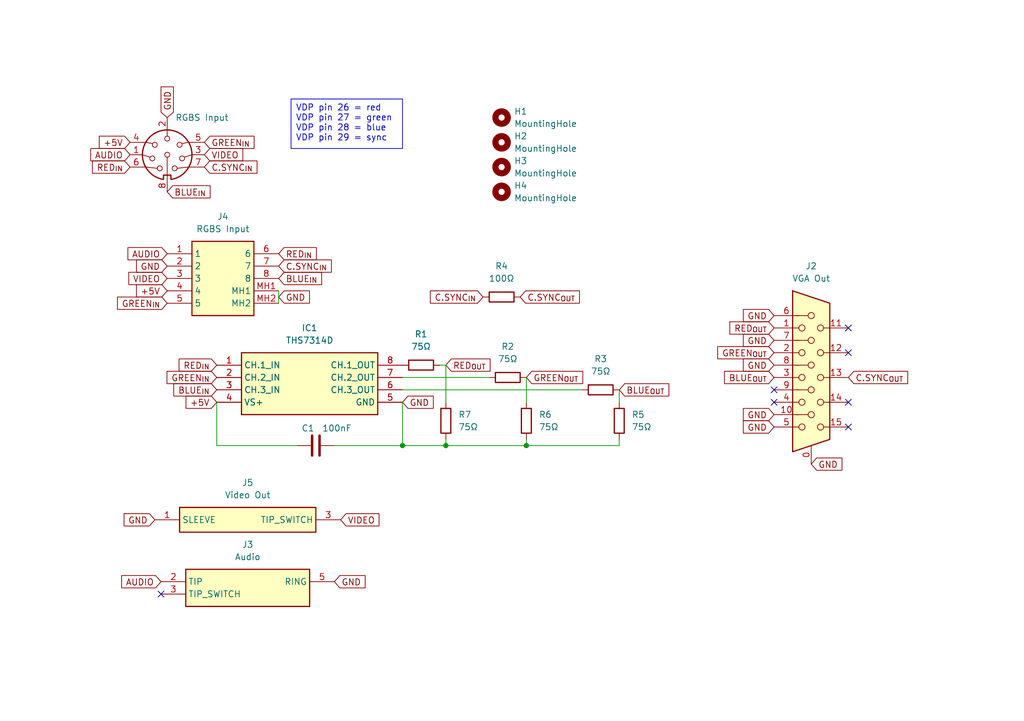
<source format=kicad_sch>
(kicad_sch (version 20250114) (generator "eeschema") (generator_version "9.0")
  (paper "A5")
  (title_block (title "Sega Mark III RGB Amplifier (External)") (date "22/NOV/2025") (rev "A") (company "Brett Hallen") (comment 1 "youtube.com/@brfff") (comment 3 "Idea from にがMSX"))
  (lib_symbols
    (symbol "Clueless_Engineer:671-0801"
      (property "Reference" "J" (at 19.05 7.62 0))
      (property "Value" "671-0801" (at 19.05 5.08 0))
      (symbol "671-0801_1_1"
        (rectangle (start 5.08 2.54) (end 17.78 -12.7) (stroke (width 0.254)) (fill (type background)))
        (pin passive line (at 0 0 0) (length 5.08) (name "1") (number "1"))
        (pin passive line (at 0 -2.54 0) (length 5.08) (name "2") (number "2"))
        (pin passive line (at 0 -5.08 0) (length 5.08) (name "3") (number "3"))
        (pin passive line (at 0 -7.62 0) (length 5.08) (name "4") (number "4"))
        (pin passive line (at 0 -10.16 0) (length 5.08) (name "5") (number "5"))
        (pin passive line (at 22.86 0 180) (length 5.08) (name "6") (number "6"))
        (pin passive line (at 22.86 -2.54 180) (length 5.08) (name "7") (number "7"))
        (pin passive line (at 22.86 -5.08 180) (length 5.08) (name "8") (number "8"))
        (pin passive line (at 22.86 -7.62 180) (length 5.08) (name "MH1") (number "MH1"))
        (pin passive line (at 22.86 -10.16 180) (length 5.08) (name "MH2") (number "MH2"))
      )
    )
    (symbol "Clueless_Engineer:FC68371"
      (property "Reference" "J" (at 34.29 7.62 0))
      (property "Value" "FC68371" (at 34.29 5.08 0))
      (symbol "FC68371_1_1"
        (rectangle (start 5.08 2.54) (end 33.02 -2.54) (stroke (width 0.254)) (fill (type background)))
        (pin passive line (at 0 0 0) (length 5.08) (name "SLEEVE") (number "1"))
        (pin passive line (at 38.1 0 180) (length 5.08) (name "TIP_SWITCH") (number "3"))
      )
    )
    (symbol "Clueless_Engineer:SJ3-350820B-TR"
      (property "Reference" "J" (at 31.75 7.62 0))
      (property "Value" "SJ3-350820B-TR" (at 31.75 5.08 0))
      (symbol "SJ3-350820B-TR_1_1"
        (rectangle (start 5.08 2.54) (end 30.48 -5.08) (stroke (width 0.254)) (fill (type background)))
        (pin passive line (at 0 0 0) (length 5.08) (name "TIP") (number "2"))
        (pin passive line (at 0 -2.54 0) (length 5.08) (name "TIP_SWITCH") (number "3"))
        (pin passive line (at 35.56 0 180) (length 5.08) (name "RING") (number "5"))
      )
    )
    (symbol "Connector:DE15_Socket_HighDensity_MountingHoles" (pin_names (offset 1.016) (hide yes))
      (property "Reference" "J" (at 0 21.59 0))
      (property "Value" "DE15_Socket_HighDensity_MountingHoles" (at 0 19.05 0))
      (symbol "DE15_Socket_HighDensity_MountingHoles_0_1"
        (polyline (pts (xy -3.81 17.78) (xy -3.81 -15.24) (xy 3.81 -12.7) (xy 3.81 15.24) (xy -3.81 17.78)) (stroke (width 0.254)) (fill (type background)))
        (polyline (pts (xy -3.175 7.62) (xy -0.635 7.62)))
        (circle (center -1.905 10.16) (radius 0.635))
        (circle (center -1.905 5.08) (radius 0.635))
        (circle (center -1.905 0) (radius 0.635))
        (circle (center -1.905 -5.08) (radius 0.635))
        (circle (center -1.905 -10.16) (radius 0.635))
        (polyline (pts (xy -0.635 12.7) (xy -3.175 12.7)))
        (polyline (pts (xy -0.635 2.54) (xy -3.175 2.54)))
        (polyline (pts (xy -0.635 -2.54) (xy -3.175 -2.54)))
        (polyline (pts (xy -0.635 -7.62) (xy -3.175 -7.62)))
        (circle (center 0 12.7) (radius 0.635))
        (circle (center 0 7.62) (radius 0.635))
        (circle (center 0 2.54) (radius 0.635))
        (circle (center 0 -2.54) (radius 0.635))
        (circle (center 0 -7.62) (radius 0.635))
        (circle (center 1.905 10.16) (radius 0.635))
        (circle (center 1.905 5.08) (radius 0.635))
        (circle (center 1.905 0) (radius 0.635))
        (circle (center 1.905 -5.08) (radius 0.635))
        (circle (center 1.905 -10.16) (radius 0.635))
      )
      (symbol "DE15_Socket_HighDensity_MountingHoles_1_1"
        (pin passive line (at -7.62 12.7 0) (length 5.08) (name "~") (number "6"))
        (pin passive line (at -7.62 10.16 0) (length 5.08) (name "~") (number "1"))
        (pin passive line (at -7.62 7.62 0) (length 5.08) (name "~") (number "7"))
        (pin passive line (at -7.62 5.08 0) (length 5.08) (name "~") (number "2"))
        (pin passive line (at -7.62 2.54 0) (length 5.08) (name "~") (number "8"))
        (pin passive line (at -7.62 0 0) (length 5.08) (name "~") (number "3"))
        (pin passive line (at -7.62 -2.54 0) (length 5.08) (name "~") (number "9"))
        (pin passive line (at -7.62 -5.08 0) (length 5.08) (name "~") (number "4"))
        (pin passive line (at -7.62 -7.62 0) (length 5.08) (name "~") (number "10"))
        (pin passive line (at -7.62 -10.16 0) (length 5.08) (name "~") (number "5"))
        (pin passive line (at 0 -17.78 90) (length 3.81) (name "~") (number "0"))
        (pin passive line (at 7.62 10.16 180) (length 5.08) (name "~") (number "11"))
        (pin passive line (at 7.62 5.08 180) (length 5.08) (name "~") (number "12"))
        (pin passive line (at 7.62 0 180) (length 5.08) (name "~") (number "13"))
        (pin passive line (at 7.62 -5.08 180) (length 5.08) (name "~") (number "14"))
        (pin passive line (at 7.62 -10.16 180) (length 5.08) (name "~") (number "15"))
      )
    )
    (symbol "Connector:DIN-8" (pin_names (offset 1.016))
      (property "Reference" "J" (at 3.175 5.715 0))
      (property "Value" "DIN-8" (at 2.032 -5.842 0))
      (symbol "DIN-8_0_1"
        (polyline (pts (xy -5.08 2.54) (xy -4.318 2.54) (xy -3.048 2.286)))
        (polyline (pts (xy -5.08 0) (xy -3.556 -0.508)))
        (polyline (pts (xy -5.08 -2.54) (xy -4.318 -2.54) (xy -2.032 -2.794)))
        (circle (center -3.048 -0.762) (radius 0.508))
        (circle (center -2.54 2.032) (radius 0.508))
        (circle (center -1.524 -2.794) (radius 0.508))
        (polyline (pts (xy -0.762 -4.953) (xy -0.762 -4.191) (xy 0.762 -4.191) (xy 0.762 -4.953)) (stroke (width 0.254)))
        (arc (start 5.08 0) (mid 3.8673 -3.3444) (end 0.762 -5.08) (stroke (width 0.254)))
        (polyline (pts (xy 0 5.08) (xy 0 3.81)))
        (circle (center 0 3.302) (radius 0.508))
        (circle (center 0 0) (radius 0.508))
        (arc (start -5.08 0) (mid 0 5.0579) (end 5.08 0) (stroke (width 0.254)))
        (polyline (pts (xy 0 -0.508) (xy 0 -5.08)))
        (arc (start -0.762 -5.08) (mid -3.8597 -3.3379) (end -5.08 0) (stroke (width 0.254)))
        (circle (center 1.524 -2.794) (radius 0.508))
        (circle (center 2.54 2.032) (radius 0.508))
        (circle (center 3.048 -0.762) (radius 0.508))
        (polyline (pts (xy 5.08 2.54) (xy 4.318 2.54) (xy 3.048 2.286)))
        (polyline (pts (xy 5.08 0) (xy 3.556 -0.508)))
        (polyline (pts (xy 5.08 -2.54) (xy 4.318 -2.54) (xy 2.032 -2.794)))
      )
      (symbol "DIN-8_1_1"
        (pin passive line (at -7.62 2.54 0) (length 2.54) (name "~") (number "4"))
        (pin passive line (at -7.62 0 0) (length 2.54) (name "~") (number "1"))
        (pin passive line (at -7.62 -2.54 0) (length 2.54) (name "~") (number "6"))
        (pin passive line (at 0 7.62 270) (length 2.54) (name "~") (number "2"))
        (pin passive line (at 0 -7.62 90) (length 2.54) (name "~") (number "8"))
        (pin passive line (at 7.62 2.54 180) (length 2.54) (name "~") (number "5"))
        (pin passive line (at 7.62 0 180) (length 2.54) (name "~") (number "3"))
        (pin passive line (at 7.62 -2.54 180) (length 2.54) (name "~") (number "7"))
      )
    )
    (symbol "Device:C" (pin_numbers (hide yes)) (pin_names (offset 0.254))
      (property "Reference" "C" (at 0.635 2.54 0))
      (property "Value" "C" (at 0.635 -2.54 0))
      (symbol "C_0_1"
        (polyline (pts (xy -2.032 0.762) (xy 2.032 0.762)) (stroke (width 0.508)))
        (polyline (pts (xy -2.032 -0.762) (xy 2.032 -0.762)) (stroke (width 0.508)))
      )
      (symbol "C_1_1"
        (pin passive line (at 0 3.81 270) (length 2.794) (name "~") (number "1"))
        (pin passive line (at 0 -3.81 90) (length 2.794) (name "~") (number "2"))
      )
    )
    (symbol "Device:R" (pin_numbers (hide yes)) (pin_names (offset 0))
      (property "Reference" "R" (at 2.032 0 90))
      (property "Value" "R" (at 0 0 90))
      (symbol "R_0_1"
        (rectangle (start -1.016 -2.54) (end 1.016 2.54) (stroke (width 0.254)))
      )
      (symbol "R_1_1"
        (pin passive line (at 0 3.81 270) (length 1.27) (name "~") (number "1"))
        (pin passive line (at 0 -3.81 90) (length 1.27) (name "~") (number "2"))
      )
    )
    (symbol "Mechanical:MountingHole" (pin_names (offset 1.016)) (in_bom no)
      (property "Reference" "H" (at 0 5.08 0))
      (property "Value" "MountingHole" (at 0 3.175 0))
      (symbol "MountingHole_0_1"
        (circle (center 0 0) (radius 1.27) (stroke (width 1.27)))
      )
    )
    (symbol "THS7314DR:THS7314DR"
      (property "Reference" "IC" (at 34.29 7.62 0))
      (property "Value" "THS7314DR" (at 34.29 5.08 0))
      (symbol "THS7314DR_1_1"
        (rectangle (start 5.08 2.54) (end 33.02 -10.16) (stroke (width 0.254)) (fill (type background)))
        (pin passive line (at 0 0 0) (length 5.08) (name "CH.1_IN") (number "1"))
        (pin passive line (at 0 -2.54 0) (length 5.08) (name "CH.2_IN") (number "2"))
        (pin passive line (at 0 -5.08 0) (length 5.08) (name "CH.3_IN") (number "3"))
        (pin passive line (at 0 -7.62 0) (length 5.08) (name "VS+") (number "4"))
        (pin passive line (at 38.1 0 180) (length 5.08) (name "CH.1_OUT") (number "8"))
        (pin passive line (at 38.1 -2.54 180) (length 5.08) (name "CH.2_OUT") (number "7"))
        (pin passive line (at 38.1 -5.08 180) (length 5.08) (name "CH.3_OUT") (number "6"))
        (pin passive line (at 38.1 -7.62 180) (length 5.08) (name "GND") (number "5"))
      )
    )
  )
  (text_box "VDP pin 26 = red\nVDP pin 27 = green\nVDP pin 28 = blue\nVDP pin 29 = sync" (at 59.69 20.32 0) (size 22.86 10.16) (margins 0.9525 0.9525 0.9525 0.9525) (effects (font (size 1.27 1.27)) (justify left top)))
  (junction (at 91.44 91.44))
  (junction (at 82.55 91.44))
  (junction (at 107.95 91.44))
  (no_connect (at 173.99 67.31))
  (no_connect (at 173.99 72.39))
  (no_connect (at 173.99 82.55))
  (no_connect (at 158.75 80.01))
  (no_connect (at 158.75 82.55))
  (no_connect (at 173.99 87.63))
  (no_connect (at 33.02 121.92))
  (wire (pts (xy 44.45 91.44) (xy 60.96 91.44)))
  (wire (pts (xy 91.44 74.93) (xy 90.17 74.93)))
  (wire (pts (xy 57.15 59.69) (xy 57.15 62.23)))
  (wire (pts (xy 91.44 91.44) (xy 107.95 91.44)))
  (wire (pts (xy 127 80.01) (xy 127 82.55)))
  (wire (pts (xy 68.58 91.44) (xy 82.55 91.44)))
  (wire (pts (xy 119.38 80.01) (xy 82.55 80.01)))
  (wire (pts (xy 107.95 82.55) (xy 107.95 77.47)))
  (wire (pts (xy 127 91.44) (xy 127 90.17)))
  (wire (pts (xy 91.44 74.93) (xy 91.44 82.55)))
  (wire (pts (xy 100.33 77.47) (xy 82.55 77.47)))
  (wire (pts (xy 44.45 82.55) (xy 44.45 91.44)))
  (wire (pts (xy 82.55 91.44) (xy 91.44 91.44)))
  (wire (pts (xy 82.55 82.55) (xy 82.55 91.44)))
  (wire (pts (xy 107.95 91.44) (xy 127 91.44)))
  (wire (pts (xy 107.95 90.17) (xy 107.95 91.44)))
  (wire (pts (xy 91.44 90.17) (xy 91.44 91.44)))
  (global_label "GND" (shape input) (at 158.75 87.63 180) (property "Intersheetrefs" "${INTERSHEET_REFS}" (effects (hide yes))))
  (global_label "GND" (shape input) (at 31.75 106.68 180) (property "Intersheetrefs" "${INTERSHEET_REFS}" (effects (hide yes))))
  (global_label "VIDEO" (shape input) (at 69.85 106.68 0) (property "Intersheetrefs" "${INTERSHEET_REFS}" (effects (hide yes))))
  (global_label "C.SYNC_{IN}" (shape input) (at 99.06 60.96 180) (property "Intersheetrefs" "${INTERSHEET_REFS}" (effects (hide yes))))
  (global_label "BLUE_{OUT}" (shape input) (at 127 80.01 0) (property "Intersheetrefs" "${INTERSHEET_REFS}" (effects (hide yes))))
  (global_label "RED_{OUT}" (shape input) (at 158.75 67.31 180) (property "Intersheetrefs" "${INTERSHEET_REFS}" (effects (hide yes))))
  (global_label "BLUE_{IN}" (shape input) (at 34.29 39.37 0) (property "Intersheetrefs" "${INTERSHEET_REFS}" (effects (hide yes))))
  (global_label "AUDIO" (shape input) (at 26.67 31.75 180) (property "Intersheetrefs" "${INTERSHEET_REFS}" (effects (hide yes))))
  (global_label "RED_{IN}" (shape input) (at 57.15 52.07 0) (property "Intersheetrefs" "${INTERSHEET_REFS}" (effects (hide yes))))
  (global_label "GREEN_{IN}" (shape input) (at 34.29 62.23 180) (property "Intersheetrefs" "${INTERSHEET_REFS}" (effects (hide yes))))
  (global_label "VIDEO" (shape input) (at 34.29 57.15 180) (property "Intersheetrefs" "${INTERSHEET_REFS}" (effects (hide yes))))
  (global_label "GND" (shape input) (at 166.37 95.25 0) (property "Intersheetrefs" "${INTERSHEET_REFS}" (effects (hide yes))))
  (global_label "C.SYNC_{IN}" (shape input) (at 57.15 54.61 0) (property "Intersheetrefs" "${INTERSHEET_REFS}" (effects (hide yes))))
  (global_label "RED_{OUT}" (shape input) (at 91.44 74.93 0) (property "Intersheetrefs" "${INTERSHEET_REFS}" (effects (hide yes))))
  (global_label "AUDIO" (shape input) (at 34.29 52.07 180) (property "Intersheetrefs" "${INTERSHEET_REFS}" (effects (hide yes))))
  (global_label "BLUE_{OUT}" (shape input) (at 158.75 77.47 180) (property "Intersheetrefs" "${INTERSHEET_REFS}" (effects (hide yes))))
  (global_label "GND" (shape input) (at 158.75 64.77 180) (property "Intersheetrefs" "${INTERSHEET_REFS}" (effects (hide yes))))
  (global_label "GND" (shape input) (at 57.15 60.96 0) (property "Intersheetrefs" "${INTERSHEET_REFS}" (effects (hide yes))))
  (global_label "BLUE_{IN}" (shape input) (at 57.15 57.15 0) (property "Intersheetrefs" "${INTERSHEET_REFS}" (effects (hide yes))))
  (global_label "RED_{IN}" (shape input) (at 26.67 34.29 180) (property "Intersheetrefs" "${INTERSHEET_REFS}" (effects (hide yes))))
  (global_label "RED_{IN}" (shape input) (at 44.45 74.93 180) (property "Intersheetrefs" "${INTERSHEET_REFS}" (effects (hide yes))))
  (global_label "GND" (shape input) (at 34.29 24.13 90) (property "Intersheetrefs" "${INTERSHEET_REFS}" (effects (hide yes))))
  (global_label "VIDEO" (shape input) (at 41.91 31.75 0) (property "Intersheetrefs" "${INTERSHEET_REFS}" (effects (hide yes))))
  (global_label "GND" (shape input) (at 158.75 85.09 180) (property "Intersheetrefs" "${INTERSHEET_REFS}" (effects (hide yes))))
  (global_label "+5V" (shape input) (at 34.29 59.69 180) (property "Intersheetrefs" "${INTERSHEET_REFS}" (effects (hide yes))))
  (global_label "GND" (shape input) (at 68.58 119.38 0) (property "Intersheetrefs" "${INTERSHEET_REFS}" (effects (hide yes))))
  (global_label "C.SYNC_{OUT}" (shape input) (at 173.99 77.47 0) (property "Intersheetrefs" "${INTERSHEET_REFS}" (effects (hide yes))))
  (global_label "GREEN_{OUT}" (shape input) (at 158.75 72.39 180) (property "Intersheetrefs" "${INTERSHEET_REFS}" (effects (hide yes))))
  (global_label "GND" (shape input) (at 34.29 54.61 180) (property "Intersheetrefs" "${INTERSHEET_REFS}" (effects (hide yes))))
  (global_label "+5V" (shape input) (at 44.45 82.55 180) (property "Intersheetrefs" "${INTERSHEET_REFS}" (effects (hide yes))))
  (global_label "GREEN_{OUT}" (shape input) (at 107.95 77.47 0) (property "Intersheetrefs" "${INTERSHEET_REFS}" (effects (hide yes))))
  (global_label "C.SYNC_{OUT}" (shape input) (at 106.68 60.96 0) (property "Intersheetrefs" "${INTERSHEET_REFS}" (effects (hide yes))))
  (global_label "GND" (shape input) (at 158.75 74.93 180) (property "Intersheetrefs" "${INTERSHEET_REFS}" (effects (hide yes))))
  (global_label "GND" (shape input) (at 158.75 69.85 180) (property "Intersheetrefs" "${INTERSHEET_REFS}" (effects (hide yes))))
  (global_label "GREEN_{IN}" (shape input) (at 44.45 77.47 180) (property "Intersheetrefs" "${INTERSHEET_REFS}" (effects (hide yes))))
  (global_label "AUDIO" (shape input) (at 33.02 119.38 180) (property "Intersheetrefs" "${INTERSHEET_REFS}" (effects (hide yes))))
  (global_label "+5V" (shape input) (at 26.67 29.21 180) (property "Intersheetrefs" "${INTERSHEET_REFS}" (effects (hide yes))))
  (global_label "GND" (shape input) (at 82.55 82.55 0) (property "Intersheetrefs" "${INTERSHEET_REFS}" (effects (hide yes))))
  (global_label "GREEN_{IN}" (shape input) (at 41.91 29.21 0) (property "Intersheetrefs" "${INTERSHEET_REFS}" (effects (hide yes))))
  (global_label "C.SYNC_{IN}" (shape input) (at 41.91 34.29 0) (property "Intersheetrefs" "${INTERSHEET_REFS}" (effects (hide yes))))
  (global_label "BLUE_{IN}" (shape input) (at 44.45 80.01 180) (property "Intersheetrefs" "${INTERSHEET_REFS}" (effects (hide yes))))
  (symbol (lib_id "Mechanical:MountingHole") (at 102.87 24.13 0) (unit 1) (in_bom no)
    (property "Reference" "H1" (at 105.41 22.8599 0) (effects (justify left)))
    (property "Value" "MountingHole" (at 105.41 25.3999 0) (effects (justify left)))
    (property "Footprint" "MountingHole:MountingHole_3.2mm_M3_DIN965" (effects (hide yes)))
    (property "Description" "Mounting Hole without connection" (effects (hide yes)))
  )
  (symbol (lib_id "Device:R") (at 86.36 74.93 270) (unit 1)
    (property "Reference" "R1" (at 86.36 68.58 90))
    (property "Value" "75Ω" (at 86.36 71.12 90))
    (property "Footprint" "Resistor_SMD:R_0805_2012Metric_Pad1.20x1.40mm_HandSolder" (effects (hide yes)))
  )
  (symbol (lib_id "Device:R") (at 91.44 86.36 0) (unit 1)
    (property "Reference" "R7" (at 93.98 85.09 0) (effects (justify left)))
    (property "Value" "75Ω" (at 93.98 87.63 0) (effects (justify left)))
    (property "Footprint" "Resistor_SMD:R_0805_2012Metric_Pad1.20x1.40mm_HandSolder" (effects (hide yes)))
  )
  (symbol (lib_id "Mechanical:MountingHole") (at 102.87 39.37 0) (unit 1) (in_bom no)
    (property "Reference" "H4" (at 105.41 38.0999 0) (effects (justify left)))
    (property "Value" "MountingHole" (at 105.41 40.6399 0) (effects (justify left)))
    (property "Footprint" "MountingHole:MountingHole_3.2mm_M3_DIN965" (effects (hide yes)))
    (property "Description" "Mounting Hole without connection" (effects (hide yes)))
  )
  (symbol (lib_id "Device:C") (at 64.77 91.44 270) (unit 1)
    (property "Reference" "C1" (at 64.516 87.884 90) (effects (justify right)))
    (property "Value" "100nF" (at 72.136 87.884 90) (effects (justify right)))
    (property "Footprint" "Capacitor_SMD:C_0805_2012Metric_Pad1.18x1.45mm_HandSolder" (effects (hide yes)))
  )
  (symbol (lib_id "Connector:DIN-8") (at 34.29 31.75 0) (unit 1) (on_board no)
    (property "Reference" "J1" (effects (hide yes)))
    (property "Value" "RGBS Input" (at 35.9411 24.13 0) (effects (justify left)))
    (property "Footprint" "Clueless_Engineer:6710801" (effects (hide yes)))
    (property "Datasheet" "http://www.mouser.com/ds/2/18/40_c091_abd_e-75918.pdf" (effects (hide yes)))
    (property "Description" "8-pin DIN connector" (effects (hide yes)))
  )
  (symbol (lib_id "Device:R") (at 127 86.36 0) (unit 1)
    (property "Reference" "R5" (at 129.54 85.09 0) (effects (justify left)))
    (property "Value" "75Ω" (at 129.54 87.63 0) (effects (justify left)))
    (property "Footprint" "Resistor_SMD:R_0805_2012Metric_Pad1.20x1.40mm_HandSolder" (effects (hide yes)))
  )
  (symbol (lib_id "Device:R") (at 107.95 86.36 0) (unit 1)
    (property "Reference" "R6" (at 110.49 85.09 0) (effects (justify left)))
    (property "Value" "75Ω" (at 110.49 87.63 0) (effects (justify left)))
    (property "Footprint" "Resistor_SMD:R_0805_2012Metric_Pad1.20x1.40mm_HandSolder" (effects (hide yes)))
  )
  (symbol (lib_id "Clueless_Engineer:FC68371") (at 31.75 106.68 0) (unit 1)
    (property "Reference" "J5" (at 50.8 99.06 0))
    (property "Value" "Video Out" (at 50.8 101.6 0))
    (property "Footprint" "Clueless_Engineer:FC68371" (effects (hide yes)))
    (property "Description" "Socket; RCA; female; angled 90; THT; nickel plated; Marker: black" (effects (hide yes)))
    (property "Height" "14" (effects (hide yes)))
    (property "Manufacturer_Name" "CLIFF ELECTRONIC COMPONENTS" (effects (hide yes)))
    (property "Manufacturer_Part_Number" "FC68371" (effects (hide yes)))
  )
  (symbol (lib_id "Connector:DE15_Socket_HighDensity_MountingHoles") (at 166.37 77.47 0) (unit 1)
    (property "Reference" "J2" (at 166.37 54.61 0))
    (property "Value" "VGA Out" (at 166.37 57.15 0))
    (property "Footprint" "Connector_Dsub:DSUB-15-HD_Socket_Horizontal_P2.29x2.54mm_EdgePinOffset8.35mm_Housed_MountingHolesOffset10.89mm" (effects (hide yes)))
    (property "Description" "15-pin D-SUB connector, socket (female), High density (3 columns), Triple Row, Generic, VGA-connector, Mounting Hole" (effects (hide yes)))
  )
  (symbol (lib_id "Device:R") (at 104.14 77.47 270) (unit 1)
    (property "Reference" "R2" (at 104.14 71.12 90))
    (property "Value" "75Ω" (at 104.14 73.66 90))
    (property "Footprint" "Resistor_SMD:R_0805_2012Metric_Pad1.20x1.40mm_HandSolder" (effects (hide yes)))
  )
  (symbol (lib_id "Mechanical:MountingHole") (at 102.87 34.29 0) (unit 1) (in_bom no)
    (property "Reference" "H3" (at 105.41 33.0199 0) (effects (justify left)))
    (property "Value" "MountingHole" (at 105.41 35.5599 0) (effects (justify left)))
    (property "Footprint" "MountingHole:MountingHole_3.2mm_M3_DIN965" (effects (hide yes)))
    (property "Description" "Mounting Hole without connection" (effects (hide yes)))
  )
  (symbol (lib_id "Device:R") (at 102.87 60.96 270) (unit 1)
    (property "Reference" "R4" (at 102.87 54.61 90))
    (property "Value" "100Ω" (at 102.87 57.15 90))
    (property "Footprint" "Resistor_SMD:R_0805_2012Metric_Pad1.20x1.40mm_HandSolder" (effects (hide yes)))
  )
  (symbol (lib_id "Clueless_Engineer:671-0801") (at 34.29 52.07 0) (unit 1)
    (property "Reference" "J4" (at 45.72 44.45 0))
    (property "Value" "RGBS Input" (at 45.72 46.99 0))
    (property "Footprint" "Clueless_Engineer:6710801" (effects (hide yes)))
    (property "Datasheet" "https://www.mouser.co.uk/datasheet/2/458/deltron-671-0401-4-way-din-socket-data-1859903.pdf" (effects (hide yes)))
    (property "Description" "Deltron 8 Pole Right Angle Din Socket Socket, 2A, 100 V ac, Lockable" (effects (hide yes)))
    (property "Height" "19.5" (effects (hide yes)))
    (property "Manufacturer_Name" "DELTRON COMPONENTS" (effects (hide yes)))
    (property "Manufacturer_Part_Number" "671-0801" (effects (hide yes)))
  )
  (symbol (lib_id "Mechanical:MountingHole") (at 102.87 29.21 0) (unit 1) (in_bom no)
    (property "Reference" "H2" (at 105.41 27.9399 0) (effects (justify left)))
    (property "Value" "MountingHole" (at 105.41 30.4799 0) (effects (justify left)))
    (property "Footprint" "MountingHole:MountingHole_3.2mm_M3_DIN965" (effects (hide yes)))
    (property "Description" "Mounting Hole without connection" (effects (hide yes)))
  )
  (symbol (lib_id "THS7314DR:THS7314DR") (at 44.45 74.93 0) (unit 1)
    (property "Reference" "IC1" (at 63.5 67.31 0))
    (property "Value" "THS7314D" (at 63.5 69.85 0))
    (property "Footprint" "KiCad:SOIC127P600X175-8N" (effects (hide yes)))
    (property "Datasheet" "http://www.ti.com/lit/gpn/THS7314" (effects (hide yes)))
    (property "Height" "1.75" (effects (hide yes)))
    (property "Mouser Part Number" "595-THS7314DR" (effects (hide yes)))
    (property "Mouser Price/Stock" "https://www.mouser.co.uk/ProductDetail/Texas-Instruments/THS7314DR?qs=vD%252BlfiDS0%252BMWkz7XDVK1Ng%3D%3D" (effects (hide yes)))
    (property "Manufacturer_Name" "Texas Instruments" (effects (hide yes)))
    (property "Manufacturer_Part_Number" "THS7314DR" (effects (hide yes)))
  )
  (symbol (lib_id "Device:R") (at 123.19 80.01 270) (unit 1)
    (property "Reference" "R3" (at 123.19 73.66 90))
    (property "Value" "75Ω" (at 123.19 76.2 90))
    (property "Footprint" "Resistor_SMD:R_0805_2012Metric_Pad1.20x1.40mm_HandSolder" (effects (hide yes)))
  )
  (symbol (lib_id "Clueless_Engineer:SJ3-350820B-TR") (at 33.02 119.38 0) (unit 1)
    (property "Reference" "J3" (at 50.8 111.76 0))
    (property "Value" "Audio" (at 50.8 114.3 0))
    (property "Footprint" "Clueless_Engineer:SJ3350820BTR" (effects (hide yes)))
    (property "Datasheet" "https://www.sameskydevices.com/product/resource/supplyframepdf/sj3-3508x.pdf" (effects (hide yes)))
    (property "Description" "3.5 mm Stereo Jack, Through Hole, 2 Conductors, 1 Internal Switches,  Tape & Reel Packaging" (effects (hide yes)))
    (property "Height" "5.3" (effects (hide yes)))
    (property "Mouser Part Number" "179-SJ3-350820B-TR" (effects (hide yes)))
    (property "Mouser Price/Stock" "https://www.mouser.co.uk/ProductDetail/Same-Sky/SJ3-350820B-TR?qs=IKkN%2F947nfBCsohFK16iQg%3D%3D" (effects (hide yes)))
    (property "Manufacturer_Name" "Same Sky" (effects (hide yes)))
    (property "Manufacturer_Part_Number" "SJ3-350820B-TR" (effects (hide yes)))
  )
)
</source>
